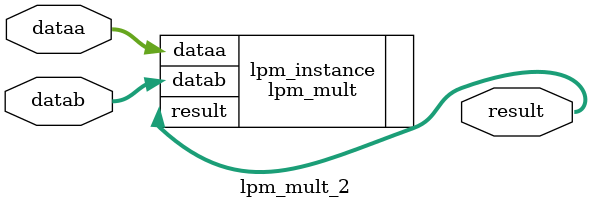
<source format=v>



module lpm_mult_2(dataa,datab,result);
input [15:0] dataa;
input [15:0] datab;
output [15:0] result;

lpm_mult	lpm_instance(.dataa(dataa),.datab(datab),.result(result));
	defparam	lpm_instance.LPM_WIDTHA = 16;
	defparam	lpm_instance.LPM_WIDTHB = 16;
	defparam	lpm_instance.LPM_WIDTHP = 16;
	defparam	lpm_instance.LPM_WIDTHS = 16;

endmodule

</source>
